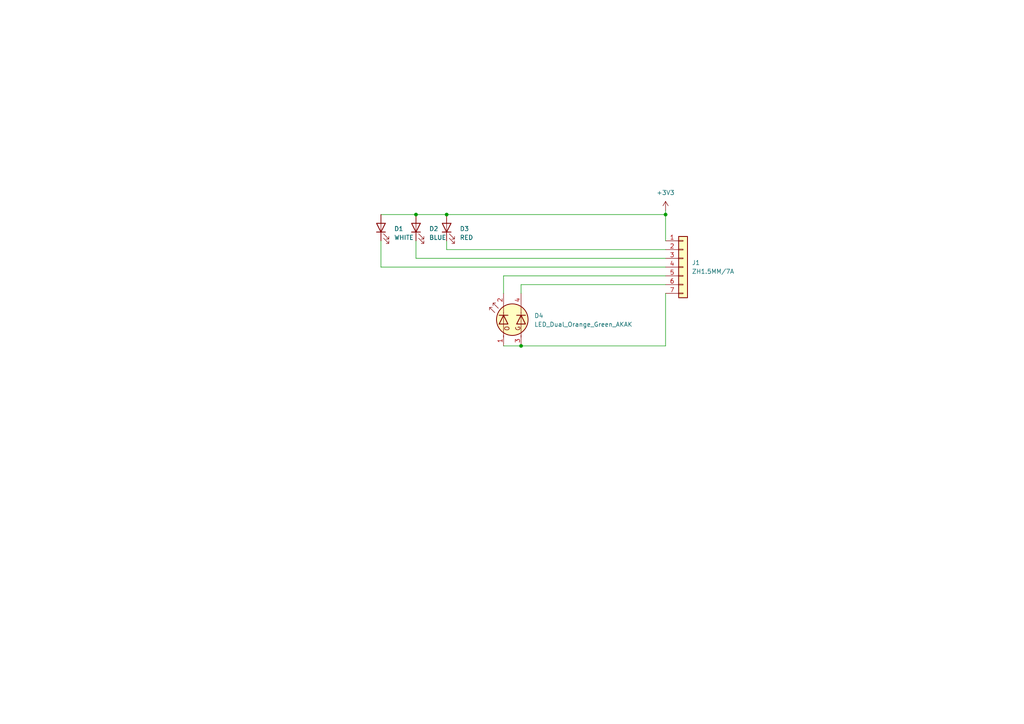
<source format=kicad_sch>
(kicad_sch (version 20211123) (generator eeschema)
  (paper "A4")
  (lib_symbols
    (symbol "Connector_Generic:Conn_01x07" (pin_names (offset 1.016) hide)
      (property "Reference" "J" (at 0 10.16 0))
      (property "Value" "Conn_01x07" (at 0 -10.16 0))
      (symbol "Conn_01x07_1_1"
        (rectangle (start -1.27 -7.493) (end 0 -7.747) (stroke (width 0.1524)))
        (rectangle (start -1.27 -4.953) (end 0 -5.207) (stroke (width 0.1524)))
        (rectangle (start -1.27 -2.413) (end 0 -2.667) (stroke (width 0.1524)))
        (rectangle (start -1.27 0.127) (end 0 -0.127) (stroke (width 0.1524)))
        (rectangle (start -1.27 2.667) (end 0 2.413) (stroke (width 0.1524)))
        (rectangle (start -1.27 5.207) (end 0 4.953) (stroke (width 0.1524)))
        (rectangle (start -1.27 7.747) (end 0 7.493) (stroke (width 0.1524)))
        (rectangle (start -1.27 8.89) (end 1.27 -8.89) (stroke (width 0.254)) (fill (type background)))
        (pin passive line (at -5.08 7.62 0) (length 3.81) (name "Pin_1") (number "1"))
        (pin passive line (at -5.08 5.08 0) (length 3.81) (name "Pin_2") (number "2"))
        (pin passive line (at -5.08 2.54 0) (length 3.81) (name "Pin_3") (number "3"))
        (pin passive line (at -5.08 0 0) (length 3.81) (name "Pin_4") (number "4"))
        (pin passive line (at -5.08 -2.54 0) (length 3.81) (name "Pin_5") (number "5"))
        (pin passive line (at -5.08 -5.08 0) (length 3.81) (name "Pin_6") (number "6"))
        (pin passive line (at -5.08 -7.62 0) (length 3.81) (name "Pin_7") (number "7"))
      )
    )
    (symbol "Device:LED" (pin_numbers hide) (pin_names (offset 1.016) hide)
      (property "Reference" "D" (at 0 2.54 0))
      (property "Value" "LED" (at 0 -2.54 0))
      (symbol "LED_0_1"
        (polyline (pts (xy -1.27 -1.27) (xy -1.27 1.27)) (stroke (width 0.254)))
        (polyline (pts (xy -1.27 0) (xy 1.27 0)))
        (polyline (pts (xy 1.27 -1.27) (xy 1.27 1.27) (xy -1.27 0) (xy 1.27 -1.27)) (stroke (width 0.254)))
        (polyline (pts (xy -3.048 -0.762) (xy -4.572 -2.286) (xy -3.81 -2.286) (xy -4.572 -2.286) (xy -4.572 -1.524)))
        (polyline (pts (xy -1.778 -0.762) (xy -3.302 -2.286) (xy -2.54 -2.286) (xy -3.302 -2.286) (xy -3.302 -1.524)))
      )
      (symbol "LED_1_1"
        (pin passive line (at -3.81 0 0) (length 2.54) (name "K") (number "1"))
        (pin passive line (at 3.81 0 180) (length 2.54) (name "A") (number "2"))
      )
    )
    (symbol "Ovo_Device:LED_Dual_Orange_Green_AKAK" (pin_names (offset 0) hide)
      (property "Reference" "D3" (at -13.97 -6.35 0))
      (property "Value" "LED_Dual_Orange_Green_AKAK" (at 0 -6.35 0))
      (symbol "LED_Dual_Orange_Green_AKAK_0_0"
        (text "G" (at -2.54 -1.651 0) (effects (font (size 1.27 1.27))))
        (text "O" (at -2.54 1.524 0) (effects (font (size 1.27 1.27))))
      )
      (symbol "LED_Dual_Orange_Green_AKAK_0_1"
        (polyline (pts (xy -5.08 -2.54) (xy 2.032 -2.54)))
        (polyline (pts (xy -5.08 2.54) (xy 2.032 2.54)))
        (polyline (pts (xy 1.27 -1.27) (xy 1.27 -3.81)) (stroke (width 0.254)))
        (polyline (pts (xy 1.27 3.81) (xy 1.27 1.27)) (stroke (width 0.254)))
        (polyline (pts (xy 3.81 -2.54) (xy 1.905 -2.54)))
        (polyline (pts (xy 3.81 2.54) (xy 1.905 2.54)))
        (polyline (pts (xy -1.27 -1.27) (xy -1.27 -3.81) (xy 1.27 -2.54) (xy -1.27 -1.27)) (stroke (width 0.254)))
        (polyline (pts (xy -1.27 3.81) (xy -1.27 1.27) (xy 1.27 2.54) (xy -1.27 3.81)) (stroke (width 0.254)))
        (polyline (pts (xy 2.032 5.08) (xy 3.556 6.604) (xy 2.794 6.604) (xy 3.556 6.604) (xy 3.556 5.842)))
        (polyline (pts (xy 3.302 4.064) (xy 4.826 5.588) (xy 4.064 5.588) (xy 4.826 5.588) (xy 4.826 4.826)))
        (circle (center 0 0) (radius 4.572) (stroke (width 0.254)) (fill (type background)))
      )
      (symbol "LED_Dual_Orange_Green_AKAK_1_1"
        (pin input line (at -7.62 2.54 0) (length 3.048) (name "A1") (number "1"))
        (pin input line (at 7.62 2.54 180) (length 3.81) (name "K1") (number "2"))
        (pin input line (at -7.62 -2.54 0) (length 3.048) (name "A2") (number "3"))
        (pin input line (at 7.62 -2.54 180) (length 3.81) (name "K2") (number "4"))
      )
    )
    (symbol "power:+3V3" (power) (pin_names (offset 0))
      (property "Value" "+3V3" (at 0 3.556 0))
      (symbol "+3V3_0_1"
        (polyline (pts (xy -0.762 1.27) (xy 0 2.54)))
        (polyline (pts (xy 0 0) (xy 0 2.54)))
        (polyline (pts (xy 0 2.54) (xy 0.762 1.27)))
      )
      (symbol "+3V3_1_1"
        (pin power_in line (at 0 0 90) (length 0) hide (name "+3V3") (number "1"))
      )
    )
  )
  (junction (at 193.04 62.23))
  (junction (at 129.54 62.23))
  (junction (at 151.13 100.33))
  (junction (at 120.65 62.23))
  (wire (pts (xy 151.13 85.09) (xy 151.13 82.55)))
  (wire (pts (xy 120.65 62.23) (xy 129.54 62.23)))
  (wire (pts (xy 193.04 62.23) (xy 193.04 69.85)))
  (wire (pts (xy 129.54 72.39) (xy 193.04 72.39)))
  (wire (pts (xy 110.49 69.85) (xy 110.49 77.47)))
  (wire (pts (xy 193.04 60.96) (xy 193.04 62.23)))
  (wire (pts (xy 193.04 100.33) (xy 193.04 85.09)))
  (wire (pts (xy 146.05 80.01) (xy 193.04 80.01)))
  (wire (pts (xy 146.05 100.33) (xy 151.13 100.33)))
  (wire (pts (xy 129.54 62.23) (xy 193.04 62.23)))
  (wire (pts (xy 120.65 69.85) (xy 120.65 74.93)))
  (wire (pts (xy 110.49 77.47) (xy 193.04 77.47)))
  (wire (pts (xy 146.05 85.09) (xy 146.05 80.01)))
  (wire (pts (xy 110.49 62.23) (xy 120.65 62.23)))
  (wire (pts (xy 120.65 74.93) (xy 193.04 74.93)))
  (wire (pts (xy 129.54 69.85) (xy 129.54 72.39)))
  (wire (pts (xy 151.13 82.55) (xy 193.04 82.55)))
  (wire (pts (xy 151.13 100.33) (xy 193.04 100.33)))
  (symbol (lib_id "Device:LED") (at 129.54 66.04 90) (unit 1)
    (property "Reference" "D3" (at 133.35 66.3574 90) (effects (justify right)))
    (property "Value" "RED" (at 133.35 68.8974 90) (effects (justify right)))
    (property "Footprint" "LED_SMD:LED_0603_1608Metric" (effects hide))
  )
  (symbol (lib_id "Ovo_Device:LED_Dual_Orange_Green_AKAK") (at 148.59 92.71 90) (unit 1)
    (property "Reference" "D4" (at 154.94 91.5669 90) (effects (justify right)))
    (property "Value" "LED_Dual_Orange_Green_AKAK" (at 154.94 94.1069 90) (effects (justify right)))
    (property "Footprint" "Ovo_LED_SMD:LED_Dual_1.6x1.5mm" (effects hide))
  )
  (symbol (lib_id "Connector_Generic:Conn_01x07") (at 198.12 77.47 0) (unit 1)
    (property "Reference" "J1" (at 200.66 76.1999 0) (effects (justify left)))
    (property "Value" "ZH1.5MM/7A" (at 200.66 78.7399 0) (effects (justify left)))
    (property "Footprint" "Ovo_Connector_JST:JST_ZH_B07B-ZR_1x07_P1.50mm_Vertical" (effects hide))
  )
  (symbol (lib_id "power:+3V3") (at 193.04 60.96 0) (unit 1)
    (property "Reference" "#PWR0101" (effects hide))
    (property "Value" "+3V3" (at 193.04 55.88 0))
  )
  (symbol (lib_id "Device:LED") (at 110.49 66.04 90) (unit 1)
    (property "Reference" "D1" (at 114.3 66.3574 90) (effects (justify right)))
    (property "Value" "WHITE" (at 114.3 68.8974 90) (effects (justify right)))
    (property "Footprint" "LED_SMD:LED_0603_1608Metric" (effects hide))
  )
  (symbol (lib_id "Device:LED") (at 120.65 66.04 90) (unit 1)
    (property "Reference" "D2" (at 124.46 66.3574 90) (effects (justify right)))
    (property "Value" "BLUE" (at 124.46 68.8974 90) (effects (justify right)))
    (property "Footprint" "LED_SMD:LED_0603_1608Metric" (effects hide))
  )
)
</source>
